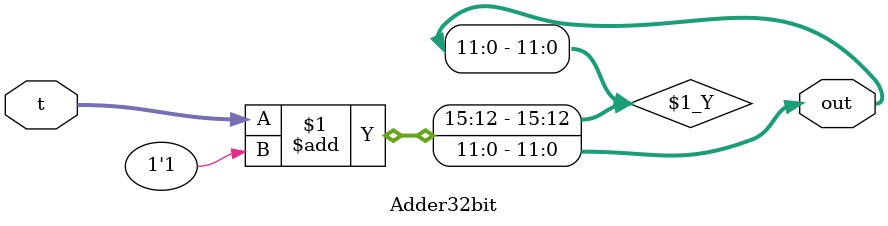
<source format=v>

module Mux2to1_16bit (input [15:0]a,input [15:0]b ,input sel , output reg [15:0]out);
always @(a or b or sel)
begin
 case(sel)
 1'b0:out <= a;
 1'b1:out <= b;
 endcase 
end
endmodule
module Mux2to1_12bit (input [11:0]a,input [11:0]b ,input sel , output reg [15:0]out);
always @(a or b or sel)
begin
 case(sel)
 1'b0:out <= a;
 1'b1:out <= b;
 endcase 
end
endmodule

module Mux3to1 (input [11:0]a,input [11:0]b,input[11:0]c ,input [1:0]sel ,
 output reg[11:0]out);
always @(a or b or c or sel )
begin
 case(sel)
 2'b00:out <= a;
 2'b01:out <= b;
 2'b10:out <= c;
 endcase 
end
endmodule
module Adder32bit (input [15:0]t, output [11:0]out);
assign out=t+1'b1;
endmodule

</source>
